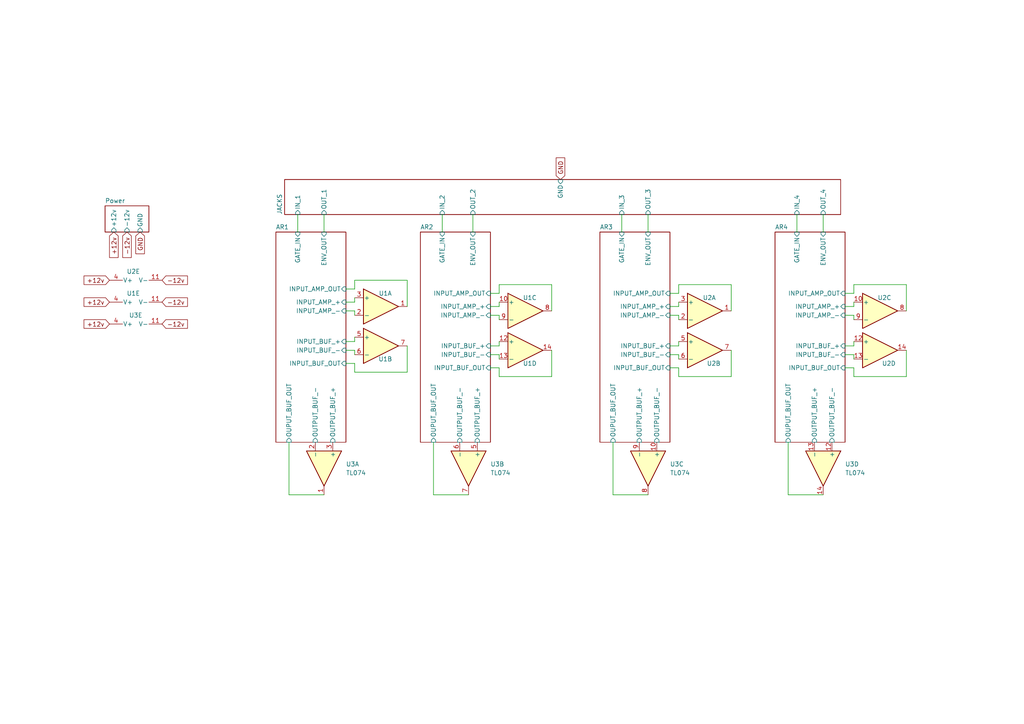
<source format=kicad_sch>
(kicad_sch (version 20230121) (generator eeschema)
  (paper "A4")
  (lib_symbols
    (symbol "Amplifier_Operational:TL074" (pin_names (offset 0.127))
      (property "Reference" "U" (at 0 5.08 0))
      (property "Value" "TL074" (at 0 -5.08 0))
      (symbol "TL074_1_1"
        (polyline (pts (xy -5.08 5.08) (xy 5.08 0) (xy -5.08 -5.08) (xy -5.08 5.08)) (stroke (width 0.254)) (fill (type background)))
        (pin output line (at 7.62 0 180) (length 2.54) (name "~") (number "1"))
        (pin input line (at -7.62 -2.54 0) (length 2.54) (name "-") (number "2"))
        (pin input line (at -7.62 2.54 0) (length 2.54) (name "+") (number "3"))
      )
      (symbol "TL074_2_1"
        (polyline (pts (xy -5.08 5.08) (xy 5.08 0) (xy -5.08 -5.08) (xy -5.08 5.08)) (stroke (width 0.254)) (fill (type background)))
        (pin input line (at -7.62 2.54 0) (length 2.54) (name "+") (number "5"))
        (pin input line (at -7.62 -2.54 0) (length 2.54) (name "-") (number "6"))
        (pin output line (at 7.62 0 180) (length 2.54) (name "~") (number "7"))
      )
      (symbol "TL074_3_1"
        (polyline (pts (xy -5.08 5.08) (xy 5.08 0) (xy -5.08 -5.08) (xy -5.08 5.08)) (stroke (width 0.254)) (fill (type background)))
        (pin input line (at -7.62 2.54 0) (length 2.54) (name "+") (number "10"))
        (pin output line (at 7.62 0 180) (length 2.54) (name "~") (number "8"))
        (pin input line (at -7.62 -2.54 0) (length 2.54) (name "-") (number "9"))
      )
      (symbol "TL074_4_1"
        (polyline (pts (xy -5.08 5.08) (xy 5.08 0) (xy -5.08 -5.08) (xy -5.08 5.08)) (stroke (width 0.254)) (fill (type background)))
        (pin input line (at -7.62 2.54 0) (length 2.54) (name "+") (number "12"))
        (pin input line (at -7.62 -2.54 0) (length 2.54) (name "-") (number "13"))
        (pin output line (at 7.62 0 180) (length 2.54) (name "~") (number "14"))
      )
      (symbol "TL074_5_1"
        (pin power_in line (at -2.54 -7.62 90) (length 3.81) (name "V-") (number "11"))
        (pin power_in line (at -2.54 7.62 270) (length 3.81) (name "V+") (number "4"))
      )
    )
  )
  (wire (pts (xy 247.65 91.44) (xy 245.11 91.44)))
  (wire (pts (xy 262.89 101.6) (xy 262.89 109.22)))
  (wire (pts (xy 247.65 92.71) (xy 247.65 91.44)))
  (wire (pts (xy 212.09 101.6) (xy 212.09 109.22)))
  (wire (pts (xy 137.16 62.23) (xy 137.16 67.31)))
  (wire (pts (xy 160.02 90.17) (xy 160.02 82.55)))
  (wire (pts (xy 142.24 102.87) (xy 144.78 102.87)))
  (wire (pts (xy 102.87 83.82) (xy 100.33 83.82)))
  (wire (pts (xy 118.11 100.33) (xy 118.11 107.95)))
  (wire (pts (xy 144.78 87.63) (xy 144.78 88.9)))
  (wire (pts (xy 102.87 81.28) (xy 102.87 83.82)))
  (wire (pts (xy 125.73 143.51) (xy 125.73 128.27)))
  (wire (pts (xy 212.09 82.55) (xy 196.85 82.55)))
  (wire (pts (xy 187.96 143.51) (xy 177.8 143.51)))
  (wire (pts (xy 196.85 106.68) (xy 194.31 106.68)))
  (wire (pts (xy 118.11 81.28) (xy 102.87 81.28)))
  (wire (pts (xy 118.11 88.9) (xy 118.11 81.28)))
  (wire (pts (xy 144.78 85.09) (xy 142.24 85.09)))
  (wire (pts (xy 100.33 87.63) (xy 102.87 87.63)))
  (wire (pts (xy 238.76 62.23) (xy 238.76 67.31)))
  (wire (pts (xy 262.89 90.17) (xy 262.89 82.55)))
  (wire (pts (xy 247.65 106.68) (xy 245.11 106.68)))
  (wire (pts (xy 238.76 143.51) (xy 228.6 143.51)))
  (wire (pts (xy 102.87 97.79) (xy 102.87 99.06)))
  (wire (pts (xy 100.33 90.17) (xy 102.87 90.17)))
  (wire (pts (xy 144.78 100.33) (xy 144.78 99.06)))
  (wire (pts (xy 160.02 109.22) (xy 144.78 109.22)))
  (wire (pts (xy 187.96 62.23) (xy 187.96 67.31)))
  (wire (pts (xy 144.78 106.68) (xy 142.24 106.68)))
  (wire (pts (xy 196.85 99.06) (xy 196.85 100.33)))
  (wire (pts (xy 212.09 90.17) (xy 212.09 82.55)))
  (wire (pts (xy 196.85 109.22) (xy 196.85 106.68)))
  (wire (pts (xy 262.89 82.55) (xy 247.65 82.55)))
  (wire (pts (xy 231.14 62.23) (xy 231.14 67.31)))
  (wire (pts (xy 247.65 88.9) (xy 245.11 88.9)))
  (wire (pts (xy 100.33 101.6) (xy 102.87 101.6)))
  (wire (pts (xy 102.87 87.63) (xy 102.87 86.36)))
  (wire (pts (xy 93.98 62.23) (xy 93.98 67.31)))
  (wire (pts (xy 135.89 143.51) (xy 125.73 143.51)))
  (wire (pts (xy 160.02 101.6) (xy 160.02 109.22)))
  (wire (pts (xy 144.78 82.55) (xy 144.78 85.09)))
  (wire (pts (xy 160.02 82.55) (xy 144.78 82.55)))
  (wire (pts (xy 144.78 91.44) (xy 142.24 91.44)))
  (wire (pts (xy 247.65 85.09) (xy 245.11 85.09)))
  (wire (pts (xy 196.85 91.44) (xy 194.31 91.44)))
  (wire (pts (xy 177.8 143.51) (xy 177.8 128.27)))
  (wire (pts (xy 196.85 88.9) (xy 194.31 88.9)))
  (wire (pts (xy 247.65 87.63) (xy 247.65 88.9)))
  (wire (pts (xy 144.78 109.22) (xy 144.78 106.68)))
  (wire (pts (xy 196.85 104.14) (xy 196.85 102.87)))
  (wire (pts (xy 144.78 92.71) (xy 144.78 91.44)))
  (wire (pts (xy 118.11 107.95) (xy 102.87 107.95)))
  (wire (pts (xy 83.82 143.51) (xy 83.82 128.27)))
  (wire (pts (xy 144.78 88.9) (xy 142.24 88.9)))
  (wire (pts (xy 102.87 107.95) (xy 102.87 105.41)))
  (wire (pts (xy 196.85 92.71) (xy 196.85 91.44)))
  (wire (pts (xy 93.98 143.51) (xy 83.82 143.51)))
  (wire (pts (xy 142.24 100.33) (xy 144.78 100.33)))
  (wire (pts (xy 102.87 99.06) (xy 100.33 99.06)))
  (wire (pts (xy 180.34 62.23) (xy 180.34 67.31)))
  (wire (pts (xy 128.27 62.23) (xy 128.27 67.31)))
  (wire (pts (xy 102.87 90.17) (xy 102.87 91.44)))
  (wire (pts (xy 247.65 100.33) (xy 245.11 100.33)))
  (wire (pts (xy 247.65 102.87) (xy 245.11 102.87)))
  (wire (pts (xy 247.65 82.55) (xy 247.65 85.09)))
  (wire (pts (xy 196.85 85.09) (xy 194.31 85.09)))
  (wire (pts (xy 102.87 102.87) (xy 102.87 101.6)))
  (wire (pts (xy 100.33 105.41) (xy 102.87 105.41)))
  (wire (pts (xy 247.65 104.14) (xy 247.65 102.87)))
  (wire (pts (xy 228.6 143.51) (xy 228.6 128.27)))
  (wire (pts (xy 86.36 62.23) (xy 86.36 67.31)))
  (wire (pts (xy 144.78 102.87) (xy 144.78 104.14)))
  (wire (pts (xy 247.65 99.06) (xy 247.65 100.33)))
  (wire (pts (xy 196.85 87.63) (xy 196.85 88.9)))
  (wire (pts (xy 196.85 82.55) (xy 196.85 85.09)))
  (wire (pts (xy 262.89 109.22) (xy 247.65 109.22)))
  (wire (pts (xy 212.09 109.22) (xy 196.85 109.22)))
  (wire (pts (xy 247.65 109.22) (xy 247.65 106.68)))
  (wire (pts (xy 194.31 100.33) (xy 196.85 100.33)))
  (wire (pts (xy 196.85 102.87) (xy 194.31 102.87)))
  (global_label "+12v" (shape input) (at 33.02 67.31 270) (property "Intersheetrefs" "${INTERSHEET_REFS}" (effects hide)))
  (global_label "GND" (shape input) (at 40.64 67.31 270) (property "Intersheetrefs" "${INTERSHEET_REFS}" (effects hide)))
  (global_label "-12v" (shape input) (at 46.99 87.63 0) (property "Intersheetrefs" "${INTERSHEET_REFS}" (effects hide)))
  (global_label "GND" (shape input) (at 162.56 52.07 90) (property "Intersheetrefs" "${INTERSHEET_REFS}" (effects hide)))
  (global_label "+12v" (shape input) (at 31.75 81.28 180) (property "Intersheetrefs" "${INTERSHEET_REFS}" (effects hide)))
  (global_label "+12v" (shape input) (at 31.75 87.63 180) (property "Intersheetrefs" "${INTERSHEET_REFS}" (effects hide)))
  (global_label "+12v" (shape input) (at 31.75 93.98 180) (property "Intersheetrefs" "${INTERSHEET_REFS}" (effects hide)))
  (global_label "-12v" (shape input) (at 46.99 93.98 0) (property "Intersheetrefs" "${INTERSHEET_REFS}" (effects hide)))
  (global_label "-12v" (shape input) (at 46.99 81.28 0) (property "Intersheetrefs" "${INTERSHEET_REFS}" (effects hide)))
  (global_label "-12v" (shape input) (at 36.83 67.31 270) (property "Intersheetrefs" "${INTERSHEET_REFS}" (effects hide)))
  (symbol (lib_id "Amplifier_Operational:TL074") (at 39.37 83.82 90) (mirror x) (unit 5)
    (property "Reference" "U2" (at 40.64 78.74 90) (effects (justify left)))
    (property "Value" "TL074" (effects hide))
    (property "Footprint" "Package_DIP:DIP-14_W7.62mm_Socket" (effects hide))
    (property "Datasheet" "http://www.ti.com/lit/ds/symlink/tl071.pdf" (effects hide))
    (property "Sim.Library" "/Users/chriscaragianis/projects/modules/spice_models/TL074-quad.lib" (effects hide))
    (property "Sim.Name" "TL074c" (effects hide))
    (property "Sim.Device" "SUBCKT" (effects hide))
    (property "Sim.Pins" "1=1out 2=1in- 3=1in+ 4=vcc+ 5=2in+ 6=2in- 7=2out 8=3out 9=3in- 10=3in+ 11=vcc- 12=4in+ 13=4in- 14=4out" (effects hide))
  )
  (symbol (lib_id "Amplifier_Operational:TL074") (at 39.37 91.44 90) (unit 5)
    (property "Reference" "U3" (at 39.37 91.44 90))
    (property "Value" "TL074" (effects hide))
    (property "Footprint" "Package_DIP:DIP-14_W7.62mm_Socket" (effects hide))
    (property "Datasheet" "http://www.ti.com/lit/ds/symlink/tl071.pdf" (effects hide))
    (property "Sim.Library" "/Users/chriscaragianis/projects/modules/spice_models/TL074-quad.lib" (effects hide))
    (property "Sim.Name" "TL074c" (effects hide))
    (property "Sim.Device" "SUBCKT" (effects hide))
    (property "Sim.Pins" "1=1out 2=1in- 3=1in+ 4=vcc+ 5=2in+ 6=2in- 7=2out 8=3out 9=3in- 10=3in+ 11=vcc- 12=4in+ 13=4in- 14=4out" (effects hide))
  )
  (symbol (lib_id "Amplifier_Operational:TL074") (at 93.98 135.89 270) (unit 1)
    (property "Reference" "U3" (at 100.33 134.62 90) (effects (justify left)))
    (property "Value" "TL074" (at 100.33 137.16 90) (effects (justify left)))
    (property "Footprint" "Package_DIP:DIP-14_W7.62mm_Socket" (effects hide))
    (property "Datasheet" "http://www.ti.com/lit/ds/symlink/tl071.pdf" (effects hide))
    (property "Sim.Library" "/Users/chriscaragianis/projects/modules/spice_models/TL074-quad.lib" (effects hide))
    (property "Sim.Name" "TL074c" (effects hide))
    (property "Sim.Device" "SUBCKT" (effects hide))
    (property "Sim.Pins" "1=1out 2=1in- 3=1in+ 4=vcc+ 5=2in+ 6=2in- 7=2out 8=3out 9=3in- 10=3in+ 11=vcc- 12=4in+ 13=4in- 14=4out" (effects hide))
  )
  (symbol (lib_id "Amplifier_Operational:TL074") (at 152.4 90.17 0) (unit 3)
    (property "Reference" "U1" (at 153.67 86.36 0))
    (property "Value" "TL074" (effects hide))
    (property "Footprint" "Package_DIP:DIP-14_W7.62mm_Socket" (effects hide))
    (property "Datasheet" "http://www.ti.com/lit/ds/symlink/tl071.pdf" (effects hide))
    (property "Sim.Library" "/Users/chriscaragianis/projects/modules/spice_models/TL074-quad.lib" (effects hide))
    (property "Sim.Name" "TL074c" (effects hide))
    (property "Sim.Device" "SUBCKT" (effects hide))
    (property "Sim.Pins" "1=1out 2=1in- 3=1in+ 4=vcc+ 5=2in+ 6=2in- 7=2out 8=3out 10=3in- 11=vcc- 12=4in+ 13=4in- 14=4out" (effects hide))
  )
  (symbol (lib_id "Amplifier_Operational:TL074") (at 187.96 135.89 270) (unit 3)
    (property "Reference" "U3" (at 194.31 134.62 90) (effects (justify left)))
    (property "Value" "TL074" (at 194.31 137.16 90) (effects (justify left)))
    (property "Footprint" "Package_DIP:DIP-14_W7.62mm_Socket" (effects hide))
    (property "Datasheet" "http://www.ti.com/lit/ds/symlink/tl071.pdf" (effects hide))
    (property "Sim.Library" "/Users/chriscaragianis/projects/modules/spice_models/TL074-quad.lib" (effects hide))
    (property "Sim.Name" "TL074c" (effects hide))
    (property "Sim.Device" "SUBCKT" (effects hide))
    (property "Sim.Pins" "1=1out 2=1in- 3=1in+ 4=vcc+ 5=2in+ 6=2in- 7=2out 8=3out 9=3in- 10=3in+ 11=vcc- 12=4in+ 13=4in- 14=4out" (effects hide))
  )
  (symbol (lib_id "Amplifier_Operational:TL074") (at 204.47 101.6 0) (unit 2)
    (property "Reference" "U2" (at 207.01 105.41 0))
    (property "Value" "TL074" (effects hide))
    (property "Footprint" "Package_DIP:DIP-14_W7.62mm_Socket" (effects hide))
    (property "Datasheet" "http://www.ti.com/lit/ds/symlink/tl071.pdf" (effects hide))
    (property "Sim.Library" "/Users/chriscaragianis/projects/modules/spice_models/TL074-quad.lib" (effects hide))
    (property "Sim.Name" "TL074c" (effects hide))
    (property "Sim.Device" "SUBCKT" (effects hide))
    (property "Sim.Pins" "1=1out 2=1in- 3=1in+ 4=vcc+ 5=2in+ 6=2in- 7=2out 8=3out 9=3in- 10=3in+ 11=vcc- 12=4in+ 13=4in- 14=4out" (effects hide))
  )
  (symbol (lib_id "Amplifier_Operational:TL074") (at 255.27 90.17 0) (unit 3)
    (property "Reference" "U2" (at 256.54 86.36 0))
    (property "Value" "TL074" (effects hide))
    (property "Footprint" "Package_DIP:DIP-14_W7.62mm_Socket" (effects hide))
    (property "Datasheet" "http://www.ti.com/lit/ds/symlink/tl071.pdf" (effects hide))
    (property "Sim.Library" "/Users/chriscaragianis/projects/modules/spice_models/TL074-quad.lib" (effects hide))
    (property "Sim.Name" "TL074c" (effects hide))
    (property "Sim.Device" "SUBCKT" (effects hide))
    (property "Sim.Pins" "1=1out 2=1in- 3=1in+ 4=vcc+ 5=2in+ 6=2in- 7=2out 8=3out 9=3in- 10=3in+ 11=vcc- 12=4in+ 13=4in- 14=4out" (effects hide))
  )
  (symbol (lib_id "Amplifier_Operational:TL074") (at 152.4 101.6 0) (unit 4)
    (property "Reference" "U1" (at 153.67 105.41 0))
    (property "Value" "TL074" (effects hide))
    (property "Footprint" "Package_DIP:DIP-14_W7.62mm_Socket" (effects hide))
    (property "Datasheet" "http://www.ti.com/lit/ds/symlink/tl071.pdf" (effects hide))
    (property "Sim.Library" "/Users/chriscaragianis/projects/modules/spice_models/TL074-quad.lib" (effects hide))
    (property "Sim.Name" "TL074c" (effects hide))
    (property "Sim.Device" "SUBCKT" (effects hide))
    (property "Sim.Pins" "1=1out 2=1in- 3=1in+ 4=vcc+ 5=2in+ 6=2in- 7=2out 8=3out 10=3in- 11=vcc- 12=4in+ 13=4in- 14=4out" (effects hide))
  )
  (symbol (lib_id "Amplifier_Operational:TL074") (at 110.49 88.9 0) (unit 1)
    (property "Reference" "U1" (at 111.76 85.09 0))
    (property "Value" "TL074" (effects hide))
    (property "Footprint" "Package_DIP:DIP-14_W7.62mm_Socket" (effects hide))
    (property "Datasheet" "http://www.ti.com/lit/ds/symlink/tl071.pdf" (effects hide))
    (property "Sim.Library" "/Users/chriscaragianis/projects/modules/spice_models/TL074-quad.lib" (effects hide))
    (property "Sim.Name" "TL074c" (effects hide))
    (property "Sim.Device" "SUBCKT" (effects hide))
    (property "Sim.Pins" "1=1out 2=1in- 3=1in+ 4=vcc+ 5=2in+ 6=2in- 7=2out 8=3out 10=3in- 11=vcc- 12=4in+ 13=4in- 14=4out" (effects hide))
  )
  (symbol (lib_id "Amplifier_Operational:TL074") (at 255.27 101.6 0) (unit 4)
    (property "Reference" "U2" (at 257.81 105.41 0))
    (property "Value" "TL074" (effects hide))
    (property "Footprint" "Package_DIP:DIP-14_W7.62mm_Socket" (effects hide))
    (property "Datasheet" "http://www.ti.com/lit/ds/symlink/tl071.pdf" (effects hide))
    (property "Sim.Library" "/Users/chriscaragianis/projects/modules/spice_models/TL074-quad.lib" (effects hide))
    (property "Sim.Name" "TL074c" (effects hide))
    (property "Sim.Device" "SUBCKT" (effects hide))
    (property "Sim.Pins" "1=1out 2=1in- 3=1in+ 4=vcc+ 5=2in+ 6=2in- 7=2out 8=3out 9=3in- 10=3in+ 11=vcc- 12=4in+ 13=4in- 14=4out" (effects hide))
  )
  (symbol (lib_id "Amplifier_Operational:TL074") (at 39.37 90.17 90) (mirror x) (unit 5)
    (property "Reference" "U1" (at 40.64 85.09 90) (effects (justify left)))
    (property "Value" "TL074" (effects hide))
    (property "Footprint" "Package_DIP:DIP-14_W7.62mm_Socket" (effects hide))
    (property "Datasheet" "http://www.ti.com/lit/ds/symlink/tl071.pdf" (effects hide))
    (property "Sim.Library" "/Users/chriscaragianis/projects/modules/spice_models/TL074-quad.lib" (effects hide))
    (property "Sim.Name" "TL074c" (effects hide))
    (property "Sim.Device" "SUBCKT" (effects hide))
    (property "Sim.Pins" "1=1out 2=1in- 3=1in+ 4=vcc+ 5=2in+ 6=2in- 7=2out 8=3out 10=3in- 11=vcc- 12=4in+ 13=4in- 14=4out" (effects hide))
  )
  (symbol (lib_id "Amplifier_Operational:TL074") (at 238.76 135.89 270) (unit 4)
    (property "Reference" "U3" (at 245.11 134.62 90) (effects (justify left)))
    (property "Value" "TL074" (at 245.11 137.16 90) (effects (justify left)))
    (property "Footprint" "Package_DIP:DIP-14_W7.62mm_Socket" (effects hide))
    (property "Datasheet" "http://www.ti.com/lit/ds/symlink/tl071.pdf" (effects hide))
    (property "Sim.Library" "/Users/chriscaragianis/projects/modules/spice_models/TL074-quad.lib" (effects hide))
    (property "Sim.Name" "TL074c" (effects hide))
    (property "Sim.Device" "SUBCKT" (effects hide))
    (property "Sim.Pins" "1=1out 2=1in- 3=1in+ 4=vcc+ 5=2in+ 6=2in- 7=2out 8=3out 9=3in- 10=3in+ 11=vcc- 12=4in+ 13=4in- 14=4out" (effects hide))
  )
  (symbol (lib_id "Amplifier_Operational:TL074") (at 204.47 90.17 0) (unit 1)
    (property "Reference" "U2" (at 205.74 86.36 0))
    (property "Value" "TL074" (effects hide))
    (property "Footprint" "Package_DIP:DIP-14_W7.62mm_Socket" (effects hide))
    (property "Datasheet" "http://www.ti.com/lit/ds/symlink/tl071.pdf" (effects hide))
    (property "Sim.Library" "/Users/chriscaragianis/projects/modules/spice_models/TL074-quad.lib" (effects hide))
    (property "Sim.Name" "TL074c" (effects hide))
    (property "Sim.Device" "SUBCKT" (effects hide))
    (property "Sim.Pins" "1=1out 2=1in- 3=1in+ 4=vcc+ 5=2in+ 6=2in- 7=2out 8=3out 9=3in- 10=3in+ 11=vcc- 12=4in+ 13=4in- 14=4out" (effects hide))
  )
  (symbol (lib_id "Amplifier_Operational:TL074") (at 135.89 135.89 270) (unit 2)
    (property "Reference" "U3" (at 142.24 134.62 90) (effects (justify left)))
    (property "Value" "TL074" (at 142.24 137.16 90) (effects (justify left)))
    (property "Footprint" "Package_DIP:DIP-14_W7.62mm_Socket" (effects hide))
    (property "Datasheet" "http://www.ti.com/lit/ds/symlink/tl071.pdf" (effects hide))
    (property "Sim.Library" "/Users/chriscaragianis/projects/modules/spice_models/TL074-quad.lib" (effects hide))
    (property "Sim.Name" "TL074c" (effects hide))
    (property "Sim.Device" "SUBCKT" (effects hide))
    (property "Sim.Pins" "1=1out 2=1in- 3=1in+ 4=vcc+ 5=2in+ 6=2in- 7=2out 8=3out 9=3in- 10=3in+ 11=vcc- 12=4in+ 13=4in- 14=4out" (effects hide))
  )
  (symbol (lib_id "Amplifier_Operational:TL074") (at 110.49 100.33 0) (unit 2)
    (property "Reference" "U1" (at 111.76 104.14 0))
    (property "Value" "TL074" (effects hide))
    (property "Footprint" "Package_DIP:DIP-14_W7.62mm_Socket" (effects hide))
    (property "Datasheet" "http://www.ti.com/lit/ds/symlink/tl071.pdf" (effects hide))
    (property "Sim.Library" "/Users/chriscaragianis/projects/modules/spice_models/TL074-quad.lib" (effects hide))
    (property "Sim.Name" "TL074c" (effects hide))
    (property "Sim.Device" "SUBCKT" (effects hide))
    (property "Sim.Pins" "1=1out 2=1in- 3=1in+ 4=vcc+ 5=2in+ 6=2in- 7=2out 8=3out 10=3in- 11=vcc- 12=4in+ 13=4in- 14=4out" (effects hide))
  )
  (sheet (at 173.99 67.31) (size 20.32 60.96) (stroke (width 0.1524))
    (property "Sheetname" "AR3" (at 173.99 66.5984 0) (effects (justify left bottom)))
    (property "Sheetfile" "AR3.kicad_sch" (effects hide))
    (pin "OUPUT_BUF_OUT" input (at 177.8 128.27 270))
    (pin "OUTPUT_BUF_-" input (at 190.5 128.27 270))
    (pin "ENV_OUT" input (at 187.96 67.31 90))
    (pin "OUTPUT_BUF_+" input (at 185.42 128.27 270))
    (pin "INPUT_BUF_OUT" input (at 194.31 106.68 0))
    (pin "INPUT_BUF_-" input (at 194.31 102.87 0))
    (pin "INPUT_AMP_OUT" input (at 194.31 85.09 0))
    (pin "INPUT_AMP_+" input (at 194.31 88.9 0))
    (pin "INPUT_AMP_-" input (at 194.31 91.44 0))
    (pin "INPUT_BUF_+" input (at 194.31 100.33 0))
    (pin "GATE_IN" input (at 180.34 67.31 90))
  )
  (sheet (at 80.01 67.31) (size 20.32 60.96) (stroke (width 0.1524))
    (property "Sheetname" "AR1" (at 80.01 66.5984 0) (effects (justify left bottom)))
    (property "Sheetfile" "AR1.kicad_sch" (effects hide))
    (pin "INPUT_BUF_-" input (at 100.33 101.6 0))
    (pin "INPUT_BUF_OUT" input (at 100.33 105.41 0))
    (pin "OUTPUT_BUF_+" input (at 96.52 128.27 270))
    (pin "INPUT_BUF_+" input (at 100.33 99.06 0))
    (pin "INPUT_AMP_-" input (at 100.33 90.17 0))
    (pin "INPUT_AMP_+" input (at 100.33 87.63 0))
    (pin "INPUT_AMP_OUT" input (at 100.33 83.82 0))
    (pin "ENV_OUT" input (at 93.98 67.31 90))
    (pin "OUTPUT_BUF_-" input (at 91.44 128.27 270))
    (pin "OUPUT_BUF_OUT" input (at 83.82 128.27 270))
    (pin "GATE_IN" input (at 86.36 67.31 90))
  )
  (sheet (at 82.55 52.07) (size 161.29 10.16) (stroke (width 0.1524))
    (property "Sheetname" "JACKS" (at 81.8384 62.23 90) (effects (justify left bottom)))
    (property "Sheetfile" "jacks.kicad_sch" (effects hide))
    (pin "IN_4" input (at 231.14 62.23 270))
    (pin "GND" input (at 162.56 52.07 90))
    (pin "IN_1" input (at 86.36 62.23 270))
    (pin "OUT_1" input (at 93.98 62.23 270))
    (pin "OUT_2" input (at 137.16 62.23 270))
    (pin "OUT_3" input (at 187.96 62.23 270))
    (pin "OUT_4" input (at 238.76 62.23 270))
    (pin "IN_3" input (at 180.34 62.23 270))
    (pin "IN_2" input (at 128.27 62.23 270))
  )
  (sheet (at 30.48 59.69) (size 12.7 7.62) (stroke (width 0.1524))
    (property "Sheetname" "Power" (at 30.48 58.9784 0) (effects (justify left bottom)))
    (property "Sheetfile" "../../subschema/10_pin_power/10_pin_power.kicad_sch" (effects hide))
    (pin "-12v" input (at 36.83 67.31 270))
    (pin "GND" input (at 40.64 67.31 270))
    (pin "+12v" input (at 33.02 67.31 270))
  )
  (sheet (at 224.79 67.31) (size 20.32 60.96) (stroke (width 0.1524))
    (property "Sheetname" "AR4" (at 224.79 66.5984 0) (effects (justify left bottom)))
    (property "Sheetfile" "AR4.kicad_sch" (effects hide))
    (pin "INPUT_BUF_+" input (at 245.11 100.33 0))
    (pin "INPUT_AMP_OUT" input (at 245.11 85.09 0))
    (pin "INPUT_AMP_-" input (at 245.11 91.44 0))
    (pin "INPUT_AMP_+" input (at 245.11 88.9 0))
    (pin "INPUT_BUF_-" input (at 245.11 102.87 0))
    (pin "INPUT_BUF_OUT" input (at 245.11 106.68 0))
    (pin "OUPUT_BUF_OUT" input (at 228.6 128.27 270))
    (pin "OUTPUT_BUF_-" input (at 241.3 128.27 270))
    (pin "ENV_OUT" input (at 238.76 67.31 90))
    (pin "OUTPUT_BUF_+" input (at 236.22 128.27 270))
    (pin "GATE_IN" input (at 231.14 67.31 90))
  )
  (sheet (at 121.92 67.31) (size 20.32 60.96) (stroke (width 0.1524))
    (property "Sheetname" "AR2" (at 121.92 66.5984 0) (effects (justify left bottom)))
    (property "Sheetfile" "AR2.kicad_sch" (effects hide))
    (pin "INPUT_BUF_+" input (at 142.24 100.33 0))
    (pin "INPUT_AMP_+" input (at 142.24 88.9 0))
    (pin "INPUT_AMP_OUT" input (at 142.24 85.09 0))
    (pin "INPUT_AMP_-" input (at 142.24 91.44 0))
    (pin "INPUT_BUF_-" input (at 142.24 102.87 0))
    (pin "INPUT_BUF_OUT" input (at 142.24 106.68 0))
    (pin "OUTPUT_BUF_-" input (at 133.35 128.27 270))
    (pin "OUPUT_BUF_OUT" input (at 125.73 128.27 270))
    (pin "ENV_OUT" input (at 137.16 67.31 90))
    (pin "OUTPUT_BUF_+" input (at 138.43 128.27 270))
    (pin "GATE_IN" input (at 128.27 67.31 90))
  )
)
</source>
